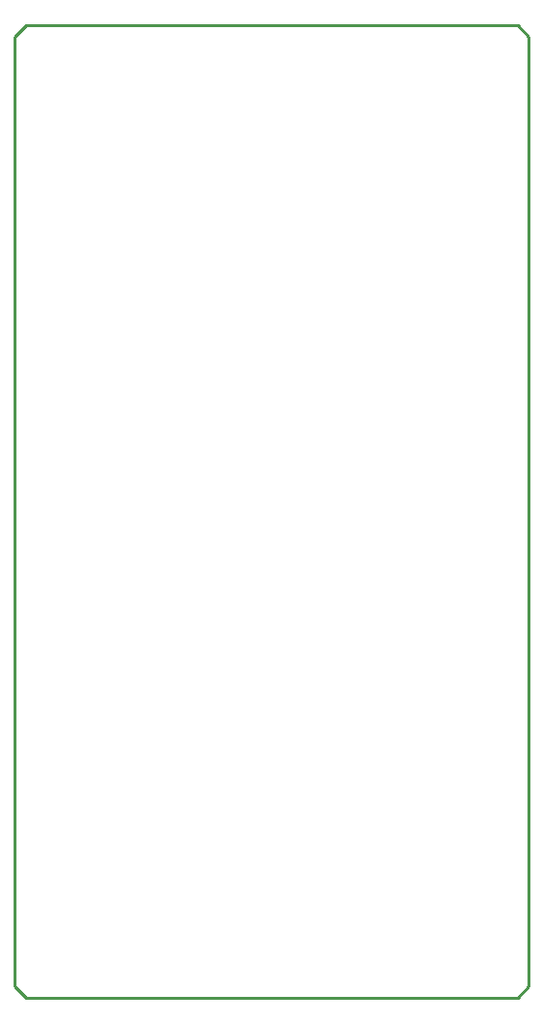
<source format=gko>
G04 Layer_Color=16711935*
%FSLAX24Y24*%
%MOIN*%
G70*
G01*
G75*
%ADD14C,0.0100*%
D14*
X62598Y49213D02*
X62992Y48819D01*
X45669Y49213D02*
X62598D01*
X45276Y48819D02*
X45669Y49213D01*
X45276Y16142D02*
X45669Y15748D01*
X45276Y16142D02*
Y48819D01*
X62992Y16142D02*
Y48819D01*
X62598Y15748D02*
X62992Y16142D01*
X45669Y15748D02*
X62598D01*
M02*

</source>
